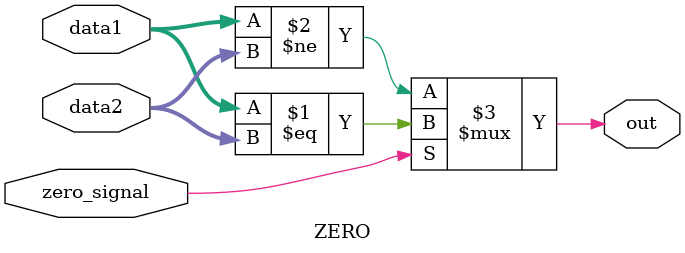
<source format=v>
module ZERO(data1,data2,out,zero_signal);
	input [31:0]data1,data2;
	output out;
	input zero_signal;


//output one if BEQ and operands are equal, One if BNE and operands are not equal	
assign out = (zero_signal)?(data1 == data2):(data1 != data2);
 
 
 
endmodule

</source>
